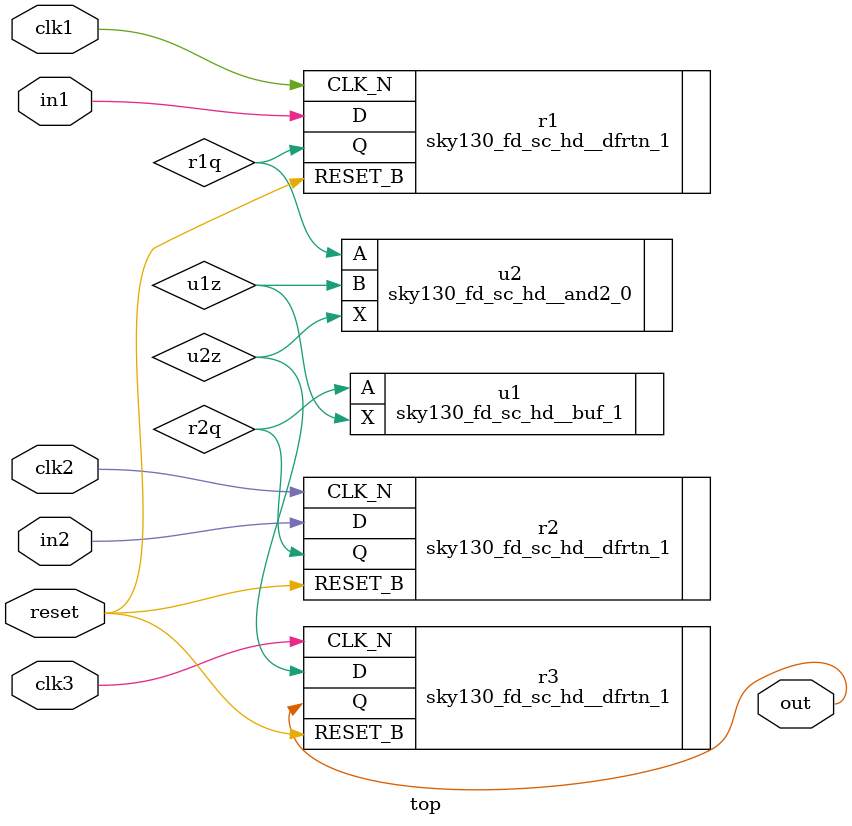
<source format=v>
module top (in1, in2, clk1, clk2, clk3, out, reset);
  input in1, in2, clk1, clk2, clk3, reset;
  output out;
  wire r1q, r2q, u1z, u2z;

  sky130_fd_sc_hd__dfrtn_1 r1 (.D(in1), .CLK_N(clk1), .Q(r1q), .RESET_B(reset));
  sky130_fd_sc_hd__dfrtn_1 r2 (.D(in2), .CLK_N(clk2), .Q(r2q), .RESET_B(reset));
  sky130_fd_sc_hd__buf_1 u1 (.A(r2q), .X(u1z));
  sky130_fd_sc_hd__and2_0 u2 (.A(r1q), .B(u1z), .X(u2z));
  sky130_fd_sc_hd__dfrtn_1 r3 (.D(u2z), .CLK_N(clk3), .Q(out), .RESET_B(reset));
endmodule // top

</source>
